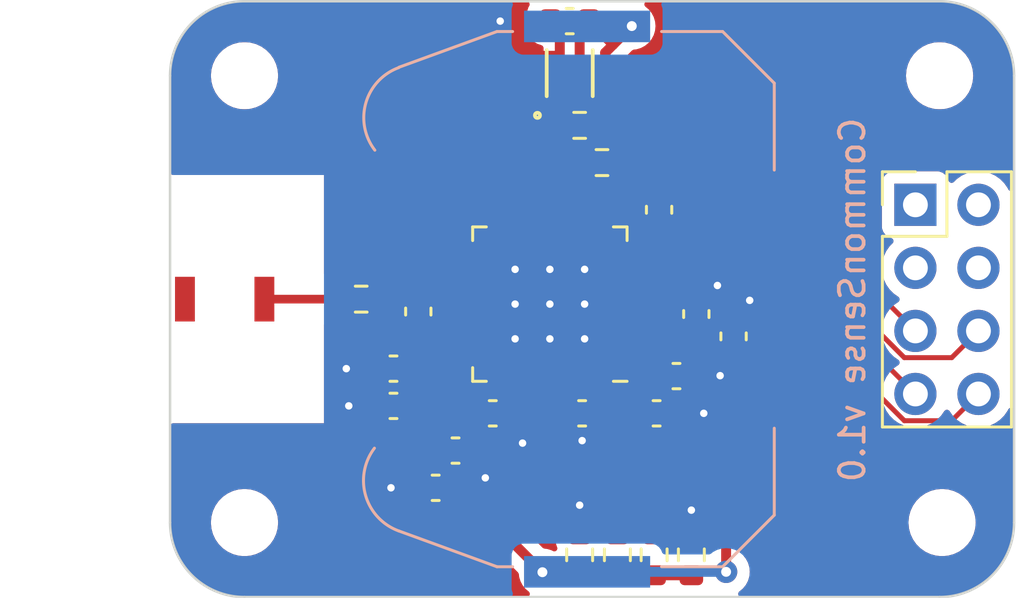
<source format=kicad_pcb>
(kicad_pcb (version 20221018) (generator pcbnew)
  (layers (0 "F.Cu" signal) (31 "B.Cu" signal) (34 "B.Paste" user) (35 "F.Paste" user) (36 "B.SilkS" user "B.Silkscreen") (37 "F.SilkS" user "F.Silkscreen") (38 "B.Mask" user) (39 "F.Mask" user) (44 "Edge.Cuts" user))
  (net 0 "")
  (net 1 "/RF")
  (net 2 "+3V3")
  (net 3 "GND")
  (net 4 "/XL1")
  (net 5 "/XL2")
  (net 6 "/DEC1")
  (net 7 "/DEC4")
  (net 8 "/DEC3")
  (net 9 "/DEC2")
  (net 10 "/XC1")
  (net 11 "/XC2")
  (net 12 "/ANT")
  (net 13 "/LED_RES1")
  (net 14 "/LED_RES2")
  (net 15 "/P0.09")
  (net 16 "/P0.08")
  (net 17 "/P0.07")
  (net 18 "/P0.06")
  (net 19 "/AIN3")
  (net 20 "/AIN2")
  (net 21 "/AIN1")
  (net 22 "/AIN0")
  (net 23 "/STATUS_LED1")
  (net 24 "/STATUS_LED2")
  (net 34 "/RESET")
  (net 35 "/SWDCLK")
  (net 36 "/SWDIO")
  (net 47 "/SDA")
  (net 48 "/SCL")
  (footprint "Capacitor_SMD:C_0603_1608Metric" (layer "F.Cu") (at 145 70.8 180)
    (fp_text reference "C9" hide)
    (fp_text value "N.C." hide)
    (fp_line (start -0.14058 -0.51) (end 0.14058 -0.51) (stroke (width 0.12)) (layer "F.SilkS"))
    (fp_line (start -0.14058 0.51) (end 0.14058 0.51) (stroke (width 0.12)) (layer "F.SilkS"))
    (pad "1" smd roundrect (at -0.775 0 180) (size 0.9 0.95) (layers "F.Cu" "F.Paste" "F.Mask") (net 9 "/DEC2"))
    (pad "2" smd roundrect (at 0.775 0 180) (size 0.9 0.95) (layers "F.Cu" "F.Paste" "F.Mask") (net 3 "GND"))
  )
  (footprint "Capacitor_SMD:C_0603_1608Metric" (layer "F.Cu") (at 156.4 71.1 180)
    (fp_text reference "C3" hide)
    (fp_text value "100n" hide)
    (fp_line (start -0.14058 -0.51) (end 0.14058 -0.51) (stroke (width 0.12)) (layer "F.SilkS"))
    (fp_line (start -0.14058 0.51) (end 0.14058 0.51) (stroke (width 0.12)) (layer "F.SilkS"))
    (pad "1" smd roundrect (at -0.775 0 180) (size 0.9 0.95) (layers "F.Cu" "F.Paste" "F.Mask") (net 3 "GND"))
    (pad "2" smd roundrect (at 0.775 0 180) (size 0.9 0.95) (layers "F.Cu" "F.Paste" "F.Mask") (net 6 "/DEC1"))
  )
  (footprint "MountingHole:MountingHole_2.2mm_M2" (layer "F.Cu") (at 167.1 77)
    (fp_text reference "H4" hide)
    (fp_text value "MountingHole" hide)
    (pad "" np_thru_hole circle locked (at 0 0) (size 2.2 2.2) (drill 2.2) (layers "*.Cu" "*.Mask"))
  )
  (footprint "MountingHole:MountingHole_2.2mm_M2" (layer "F.Cu") (at 139 77)
    (fp_text reference "H1" hide)
    (fp_text value "MountingHole" hide)
    (pad "" np_thru_hole circle locked (at 0 0) (size 2.2 2.2) (drill 2.2) (layers "*.Cu" "*.Mask"))
  )
  (footprint "Connector_PinHeader_2.54mm:PinHeader_2x04_P2.54mm_Vertical" (layer "F.Cu") (at 166.025 64.2)
    (fp_text reference "J1" hide)
    (fp_text value "Conn_02x04_Counter_Clockwise" hide)
    (fp_line (start -1.33 -1.33) (end 0 -1.33) (stroke (width 0.12)) (layer "F.SilkS"))
    (fp_line (start -1.33 0) (end -1.33 -1.33) (stroke (width 0.12)) (layer "F.SilkS"))
    (fp_line (start -1.33 1.27) (end -1.33 8.95) (stroke (width 0.12)) (layer "F.SilkS"))
    (fp_line (start -1.33 1.27) (end 1.27 1.27) (stroke (width 0.12)) (layer "F.SilkS"))
    (fp_line (start -1.33 8.95) (end 3.87 8.95) (stroke (width 0.12)) (layer "F.SilkS"))
    (fp_line (start 1.27 -1.33) (end 3.87 -1.33) (stroke (width 0.12)) (layer "F.SilkS"))
    (fp_line (start 1.27 1.27) (end 1.27 -1.33) (stroke (width 0.12)) (layer "F.SilkS"))
    (fp_line (start 3.87 -1.33) (end 3.87 8.95) (stroke (width 0.12)) (layer "F.SilkS"))
    (pad "1" thru_hole rect (at 0 0) (size 1.7 1.7) (drill 1) (layers "*.Cu" "*.Mask") (net 15 "/P0.09"))
    (pad "2" thru_hole oval (at 2.54 0) (size 1.7 1.7) (drill 1) (layers "*.Cu" "*.Mask") (net 16 "/P0.08"))
    (pad "3" thru_hole oval (at 0 2.54) (size 1.7 1.7) (drill 1) (layers "*.Cu" "*.Mask") (net 17 "/P0.07"))
    (pad "4" thru_hole oval (at 2.54 2.54) (size 1.7 1.7) (drill 1) (layers "*.Cu" "*.Mask") (net 18 "/P0.06"))
    (pad "5" thru_hole oval (at 0 5.08) (size 1.7 1.7) (drill 1) (layers "*.Cu" "*.Mask") (net 19 "/AIN3"))
    (pad "6" thru_hole oval (at 2.54 5.08) (size 1.7 1.7) (drill 1) (layers "*.Cu" "*.Mask") (net 20 "/AIN2"))
    (pad "7" thru_hole oval (at 0 7.62) (size 1.7 1.7) (drill 1) (layers "*.Cu" "*.Mask") (net 21 "/AIN1"))
    (pad "8" thru_hole oval (at 2.54 7.62) (size 1.7 1.7) (drill 1) (layers "*.Cu" "*.Mask") (net 22 "/AIN0"))
  )
  (footprint "encyclopedia_galactica:ECS-.327-12.5-12R-TR" (layer "F.Cu") (at 160.3 69.7 -90)
    (fp_text reference "Y1" hide)
    (fp_text value " ECS-.327-12.5-12R-TR " hide)
    (pad "1" smd rect (at -0.7 0 270) (size 0.6 1.1) (layers "F.Cu" "F.Paste" "F.Mask") (net 5 "/XL2"))
    (pad "2" smd rect (at 0.7 0 270) (size 0.6 1.1) (layers "F.Cu" "F.Paste" "F.Mask") (net 4 "/XL1"))
  )
  (footprint "encyclopedia_galactica:2108838-1" (layer "F.Cu") (at 135.7 68)
    (fp_text reference "2108838-1" hide)
    (fp_text value "~" hide)
    (pad "1" smd rect (at 4.1 0) (size 0.8 1.8) (layers "F.Cu" "F.Paste" "F.Mask") (net 1 "/RF"))
    (pad "2" smd rect (at 0.9 0) (size 0.8 1.8) (layers "F.Cu" "F.Paste" "F.Mask"))
    (zone (net 0) (net_name "") (layers "*.Cu") (connect_pads (clearance 0)) (min_thickness 0.25)
      (keepout (tracks allowed) (vias not_allowed) (pads allowed) (copperpour not_allowed) (footprints not_allowed))
      (fill (thermal_gap 0.5) (thermal_bridge_width 0.5))
      (polygon (pts (xy 129.2 63) (xy 129.2 73) (xy 142.2 73) (xy 142.2 63)))
    )
  )
  (footprint "MountingHole:MountingHole_2.2mm_M2" (layer "F.Cu") (at 139 59)
    (fp_text reference "H2" hide)
    (fp_text value "MountingHole" hide)
    (pad "" np_thru_hole circle locked (at 0 0) (size 2.2 2.2) (drill 2.2) (layers "*.Cu" "*.Mask"))
  )
  (footprint "Resistor_SMD:R_0603_1608Metric" (layer "F.Cu") (at 154.02 78.3 -90)
    (fp_text reference "R2" hide)
    (fp_text value "R" hide)
    (fp_line (start -0.237258 -0.5225) (end 0.237258 -0.5225) (stroke (width 0.12)) (layer "F.SilkS"))
    (fp_line (start -0.237258 0.5225) (end 0.237258 0.5225) (stroke (width 0.12)) (layer "F.SilkS"))
    (pad "1" smd roundrect (at -0.825 0 270) (size 0.8 0.95) (layers "F.Cu" "F.Paste" "F.Mask") (net 24 "/STATUS_LED2"))
    (pad "2" smd roundrect (at 0.825 0 270) (size 0.8 0.95) (layers "F.Cu" "F.Paste" "F.Mask") (net 14 "/LED_RES2"))
  )
  (footprint "Resistor_SMD:R_0603_1608Metric" (layer "F.Cu") (at 157 78.3 -90)
    (fp_text reference "D1" hide)
    (fp_text value "LED" hide)
    (fp_line (start -0.237258 -0.5225) (end 0.237258 -0.5225) (stroke (width 0.12)) (layer "F.SilkS"))
    (fp_line (start -0.237258 0.5225) (end 0.237258 0.5225) (stroke (width 0.12)) (layer "F.SilkS"))
    (pad "1" smd roundrect (at -0.825 0 270) (size 0.8 0.95) (layers "F.Cu" "F.Paste" "F.Mask") (net 3 "GND"))
    (pad "2" smd roundrect (at 0.825 0 270) (size 0.8 0.95) (layers "F.Cu" "F.Paste" "F.Mask") (net 13 "/LED_RES1"))
  )
  (footprint "Package_DFN_QFN:QFN-48-1EP_6x6mm_P0.4mm_EP4.6x4.6mm" (layer "F.Cu") (at 151.3 68.2 180)
    (fp_text reference "U1" hide)
    (fp_text value "NRF52810-QFAA-R7" hide)
    (fp_line (start -3.11 3.11) (end -3.11 2.56) (stroke (width 0.12)) (layer "F.SilkS"))
    (fp_line (start -2.56 -3.11) (end -3.11 -3.11) (stroke (width 0.12)) (layer "F.SilkS"))
    (fp_line (start -2.56 3.11) (end -3.11 3.11) (stroke (width 0.12)) (layer "F.SilkS"))
    (fp_line (start 2.56 -3.11) (end 3.11 -3.11) (stroke (width 0.12)) (layer "F.SilkS"))
    (fp_line (start 2.56 3.11) (end 3.11 3.11) (stroke (width 0.12)) (layer "F.SilkS"))
    (fp_line (start 3.11 -3.11) (end 3.11 -2.56) (stroke (width 0.12)) (layer "F.SilkS"))
    (fp_line (start 3.11 3.11) (end 3.11 2.56) (stroke (width 0.12)) (layer "F.SilkS"))
    (pad "1" smd roundrect (at -2.95 -2.2 180) (size 0.8 0.2) (layers "F.Cu" "F.Paste" "F.Mask") (net 6 "/DEC1"))
    (pad "2" smd roundrect (at -2.95 -1.8 180) (size 0.8 0.2) (layers "F.Cu" "F.Paste" "F.Mask") (net 4 "/XL1"))
    (pad "3" smd roundrect (at -2.95 -1.4 180) (size 0.8 0.2) (layers "F.Cu" "F.Paste" "F.Mask") (net 5 "/XL2"))
    (pad "4" smd roundrect (at -2.95 -1 180) (size 0.8 0.2) (layers "F.Cu" "F.Paste" "F.Mask") (net 22 "/AIN0"))
    (pad "5" smd roundrect (at -2.95 -0.6 180) (size 0.8 0.2) (layers "F.Cu" "F.Paste" "F.Mask") (net 21 "/AIN1"))
    (pad "6" smd roundrect (at -2.95 -0.2 180) (size 0.8 0.2) (layers "F.Cu" "F.Paste" "F.Mask") (net 20 "/AIN2"))
    (pad "7" smd roundrect (at -2.95 0.2 180) (size 0.8 0.2) (layers "F.Cu" "F.Paste" "F.Mask") (net 19 "/AIN3"))
    (pad "8" smd roundrect (at -2.95 0.6 180) (size 0.8 0.2) (layers "F.Cu" "F.Paste" "F.Mask") (net 18 "/P0.06"))
    (pad "9" smd roundrect (at -2.95 1 180) (size 0.8 0.2) (layers "F.Cu" "F.Paste" "F.Mask") (net 17 "/P0.07"))
    (pad "10" smd roundrect (at -2.95 1.4 180) (size 0.8 0.2) (layers "F.Cu" "F.Paste" "F.Mask") (net 16 "/P0.08"))
    (pad "11" smd roundrect (at -2.95 1.8 180) (size 0.8 0.2) (layers "F.Cu" "F.Paste" "F.Mask") (net 15 "/P0.09"))
    (pad "12" smd roundrect (at -2.95 2.2 180) (size 0.8 0.2) (layers "F.Cu" "F.Paste" "F.Mask"))
    (pad "13" smd roundrect (at -2.2 2.95 180) (size 0.2 0.8) (layers "F.Cu" "F.Paste" "F.Mask") (net 2 "+3V3"))
    (pad "14" smd roundrect (at -1.8 2.95 180) (size 0.2 0.8) (layers "F.Cu" "F.Paste" "F.Mask"))
    (pad "15" smd roundrect (at -1.4 2.95 180) (size 0.2 0.8) (layers "F.Cu" "F.Paste" "F.Mask"))
    (pad "16" smd roundrect (at -1 2.95 180) (size 0.2 0.8) (layers "F.Cu" "F.Paste" "F.Mask") (net 48 "/SCL"))
    (pad "17" smd roundrect (at -0.6 2.95 180) (size 0.2 0.8) (layers "F.Cu" "F.Paste" "F.Mask") (net 47 "/SDA"))
    (pad "18" smd roundrect (at -0.2 2.95 180) (size 0.2 0.8) (layers "F.Cu" "F.Paste" "F.Mask"))
    (pad "19" smd roundrect (at 0.2 2.95 180) (size 0.2 0.8) (layers "F.Cu" "F.Paste" "F.Mask"))
    (pad "20" smd roundrect (at 0.6 2.95 180) (size 0.2 0.8) (layers "F.Cu" "F.Paste" "F.Mask"))
    (pad "21" smd roundrect (at 1 2.95 180) (size 0.2 0.8) (layers "F.Cu" "F.Paste" "F.Mask"))
    (pad "22" smd roundrect (at 1.4 2.95 180) (size 0.2 0.8) (layers "F.Cu" "F.Paste" "F.Mask"))
    (pad "23" smd roundrect (at 1.8 2.95 180) (size 0.2 0.8) (layers "F.Cu" "F.Paste" "F.Mask"))
    (pad "24" smd roundrect (at 2.2 2.95 180) (size 0.2 0.8) (layers "F.Cu" "F.Paste" "F.Mask") (net 34 "/RESET"))
    (pad "25" smd roundrect (at 2.95 2.2 180) (size 0.8 0.2) (layers "F.Cu" "F.Paste" "F.Mask") (net 35 "/SWDCLK"))
    (pad "26" smd roundrect (at 2.95 1.8 180) (size 0.8 0.2) (layers "F.Cu" "F.Paste" "F.Mask") (net 36 "/SWDIO"))
    (pad "27" smd roundrect (at 2.95 1.4 180) (size 0.8 0.2) (layers "F.Cu" "F.Paste" "F.Mask"))
    (pad "28" smd roundrect (at 2.95 1 180) (size 0.8 0.2) (layers "F.Cu" "F.Paste" "F.Mask"))
    (pad "29" smd roundrect (at 2.95 0.6 180) (size 0.8 0.2) (layers "F.Cu" "F.Paste" "F.Mask"))
    (pad "30" smd roundrect (at 2.95 0.2 180) (size 0.8 0.2) (layers "F.Cu" "F.Paste" "F.Mask") (net 12 "/ANT"))
    (pad "31" smd roundrect (at 2.95 -0.2 180) (size 0.8 0.2) (layers "F.Cu" "F.Paste" "F.Mask") (net 3 "GND"))
    (pad "32" smd roundrect (at 2.95 -0.6 180) (size 0.8 0.2) (layers "F.Cu" "F.Paste" "F.Mask") (net 9 "/DEC2"))
    (pad "33" smd roundrect (at 2.95 -1 180) (size 0.8 0.2) (layers "F.Cu" "F.Paste" "F.Mask") (net 8 "/DEC3"))
    (pad "34" smd roundrect (at 2.95 -1.4 180) (size 0.8 0.2) (layers "F.Cu" "F.Paste" "F.Mask") (net 11 "/XC2"))
    (pad "35" smd roundrect (at 2.95 -1.8 180) (size 0.8 0.2) (layers "F.Cu" "F.Paste" "F.Mask") (net 10 "/XC1"))
    (pad "36" smd roundrect (at 2.95 -2.2 180) (size 0.8 0.2) (layers "F.Cu" "F.Paste" "F.Mask") (net 2 "+3V3"))
    (pad "37" smd roundrect (at 2.2 -2.95 180) (size 0.2 0.8) (layers "F.Cu" "F.Paste" "F.Mask"))
    (pad "38" smd roundrect (at 1.8 -2.95 180) (size 0.2 0.8) (layers "F.Cu" "F.Paste" "F.Mask"))
    (pad "39" smd roundrect (at 1.4 -2.95 180) (size 0.2 0.8) (layers "F.Cu" "F.Paste" "F.Mask"))
    (pad "40" smd roundrect (at 1 -2.95 180) (size 0.2 0.8) (layers "F.Cu" "F.Paste" "F.Mask"))
    (pad "41" smd roundrect (at 0.6 -2.95 180) (size 0.2 0.8) (layers "F.Cu" "F.Paste" "F.Mask") (net 24 "/STATUS_LED2"))
    (pad "42" smd roundrect (at 0.2 -2.95 180) (size 0.2 0.8) (layers "F.Cu" "F.Paste" "F.Mask") (net 23 "/STATUS_LED1"))
    (pad "43" smd roundrect (at -0.2 -2.95 180) (size 0.2 0.8) (layers "F.Cu" "F.Paste" "F.Mask"))
    (pad "44" smd roundrect (at -0.6 -2.95 180) (size 0.2 0.8) (layers "F.Cu" "F.Paste" "F.Mask"))
    (pad "45" smd roundrect (at -1 -2.95 180) (size 0.2 0.8) (layers "F.Cu" "F.Paste" "F.Mask") (net 3 "GND"))
    (pad "46" smd roundrect (at -1.4 -2.95 180) (size 0.2 0.8) (layers "F.Cu" "F.Paste" "F.Mask") (net 7 "/DEC4"))
    (pad "47" smd roundrect (at -1.8 -2.95 180) (size 0.2 0.8) (layers "F.Cu" "F.Paste" "F.Mask"))
    (pad "48" smd roundrect (at -2.2 -2.95 180) (size 0.2 0.8) (layers "F.Cu" "F.Paste" "F.Mask") (net 2 "+3V3"))
    (pad "49" smd rect (at 0 0 180) (size 4.6 4.6) (layers "F.Cu" "F.Mask") (net 3 "GND"))
  )
  (footprint "Capacitor_SMD:C_0603_1608Metric" (layer "F.Cu") (at 145 72.3 180)
    (fp_text reference "C8" hide)
    (fp_text value "100pF" hide)
    (fp_line (start -0.14058 -0.51) (end 0.14058 -0.51) (stroke (width 0.12)) (layer "F.SilkS"))
    (fp_line (start -0.14058 0.51) (end 0.14058 0.51) (stroke (width 0.12)) (layer "F.SilkS"))
    (pad "1" smd roundrect (at -0.775 0 180) (size 0.9 0.95) (layers "F.Cu" "F.Paste" "F.Mask") (net 8 "/DEC3"))
    (pad "2" smd roundrect (at 0.775 0 180) (size 0.9 0.95) (layers "F.Cu" "F.Paste" "F.Mask") (net 3 "GND"))
  )
  (footprint "Capacitor_SMD:C_0603_1608Metric" (layer "F.Cu") (at 155.6 72.6 180)
    (fp_text reference "C5" hide)
    (fp_text value "4u7" hide)
    (fp_line (start -0.14058 -0.51) (end 0.14058 -0.51) (stroke (width 0.12)) (layer "F.SilkS"))
    (fp_line (start -0.14058 0.51) (end 0.14058 0.51) (stroke (width 0.12)) (layer "F.SilkS"))
    (pad "1" smd roundrect (at -0.775 0 180) (size 0.9 0.95) (layers "F.Cu" "F.Paste" "F.Mask") (net 3 "GND"))
    (pad "2" smd roundrect (at 0.775 0 180) (size 0.9 0.95) (layers "F.Cu" "F.Paste" "F.Mask") (net 2 "+3V3"))
  )
  (footprint "Capacitor_SMD:C_0603_1608Metric" (layer "F.Cu") (at 147.5 74.1)
    (fp_text reference "C11" hide)
    (fp_text value "12pF" hide)
    (fp_line (start -0.14058 -0.51) (end 0.14058 -0.51) (stroke (width 0.12)) (layer "F.SilkS"))
    (fp_line (start -0.14058 0.51) (end 0.14058 0.51) (stroke (width 0.12)) (layer "F.SilkS"))
    (pad "1" smd roundrect (at -0.775 0) (size 0.9 0.95) (layers "F.Cu" "F.Paste" "F.Mask") (net 11 "/XC2"))
    (pad "2" smd roundrect (at 0.775 0) (size 0.9 0.95) (layers "F.Cu" "F.Paste" "F.Mask") (net 3 "GND"))
  )
  (footprint "Resistor_SMD:R_0603_1608Metric" (layer "F.Cu") (at 152.5 61 180)
    (fp_text reference "R4" hide)
    (fp_text value "10k" hide)
    (fp_line (start -0.237258 -0.5225) (end 0.237258 -0.5225) (stroke (width 0.12)) (layer "F.SilkS"))
    (fp_line (start -0.237258 0.5225) (end 0.237258 0.5225) (stroke (width 0.12)) (layer "F.SilkS"))
    (pad "1" smd roundrect (at -0.825 0 180) (size 0.8 0.95) (layers "F.Cu" "F.Paste" "F.Mask") (net 2 "+3V3"))
    (pad "2" smd roundrect (at 0.825 0 180) (size 0.8 0.95) (layers "F.Cu" "F.Paste" "F.Mask") (net 47 "/SDA"))
  )
  (footprint "Resistor_SMD:R_0603_1608Metric" (layer "F.Cu") (at 155.5 78.3 -90)
    (fp_text reference "R1" hide)
    (fp_text value "R" hide)
    (fp_line (start -0.237258 -0.5225) (end 0.237258 -0.5225) (stroke (width 0.12)) (layer "F.SilkS"))
    (fp_line (start -0.237258 0.5225) (end 0.237258 0.5225) (stroke (width 0.12)) (layer "F.SilkS"))
    (pad "1" smd roundrect (at -0.825 0 270) (size 0.8 0.95) (layers "F.Cu" "F.Paste" "F.Mask") (net 23 "/STATUS_LED1"))
    (pad "2" smd roundrect (at 0.825 0 270) (size 0.8 0.95) (layers "F.Cu" "F.Paste" "F.Mask") (net 13 "/LED_RES1"))
  )
  (footprint "MountingHole:MountingHole_2.2mm_M2" (layer "F.Cu") (at 167 59)
    (fp_text reference "H3" hide)
    (fp_text value "MountingHole" hide)
    (pad "" np_thru_hole circle locked (at 0 0) (size 2.2 2.2) (drill 2.2) (layers "*.Cu" "*.Mask"))
  )
  (footprint "Resistor_SMD:R_0603_1608Metric" (layer "F.Cu") (at 143.7 68 180)
    (fp_text reference "L1" hide)
    (fp_text value "3.9nH" hide)
    (fp_line (start -0.237258 -0.5225) (end 0.237258 -0.5225) (stroke (width 0.12)) (layer "F.SilkS"))
    (fp_line (start -0.237258 0.5225) (end 0.237258 0.5225) (stroke (width 0.12)) (layer "F.SilkS"))
    (pad "1" smd roundrect (at -0.825 0 180) (size 0.8 0.95) (layers "F.Cu" "F.Paste" "F.Mask") (net 12 "/ANT"))
    (pad "2" smd roundrect (at 0.825 0 180) (size 0.8 0.95) (layers "F.Cu" "F.Paste" "F.Mask") (net 1 "/RF"))
  )
  (footprint "Resistor_SMD:R_0603_1608Metric" (layer "F.Cu") (at 153.4 62.5)
    (fp_text reference "R3" hide)
    (fp_text value "10k" hide)
    (fp_line (start -0.237258 -0.5225) (end 0.237258 -0.5225) (stroke (width 0.12)) (layer "F.SilkS"))
    (fp_line (start -0.237258 0.5225) (end 0.237258 0.5225) (stroke (width 0.12)) (layer "F.SilkS"))
    (pad "1" smd roundrect (at -0.825 0) (size 0.8 0.95) (layers "F.Cu" "F.Paste" "F.Mask") (net 48 "/SCL"))
    (pad "2" smd roundrect (at 0.825 0) (size 0.8 0.95) (layers "F.Cu" "F.Paste" "F.Mask") (net 2 "+3V3"))
  )
  (footprint "Capacitor_SMD:C_0603_1608Metric" (layer "F.Cu") (at 149 72.6 180)
    (fp_text reference "C7" hide)
    (fp_text value "100n" hide)
    (fp_line (start -0.14058 -0.51) (end 0.14058 -0.51) (stroke (width 0.12)) (layer "F.SilkS"))
    (fp_line (start -0.14058 0.51) (end 0.14058 0.51) (stroke (width 0.12)) (layer "F.SilkS"))
    (pad "1" smd roundrect (at -0.775 0 180) (size 0.9 0.95) (layers "F.Cu" "F.Paste" "F.Mask") (net 3 "GND"))
    (pad "2" smd roundrect (at 0.775 0 180) (size 0.9 0.95) (layers "F.Cu" "F.Paste" "F.Mask") (net 2 "+3V3"))
  )
  (footprint "Capacitor_SMD:C_0603_1608Metric" (layer "F.Cu") (at 152.1 56.8 180)
    (fp_text reference "C13" hide)
    (fp_text value "100n" hide)
    (fp_line (start -0.14058 -0.51) (end 0.14058 -0.51) (stroke (width 0.12)) (layer "F.SilkS"))
    (fp_line (start -0.14058 0.51) (end 0.14058 0.51) (stroke (width 0.12)) (layer "F.SilkS"))
    (pad "1" smd roundrect (at -0.775 0 180) (size 0.9 0.95) (layers "F.Cu" "F.Paste" "F.Mask") (net 2 "+3V3"))
    (pad "2" smd roundrect (at 0.775 0 180) (size 0.9 0.95) (layers "F.Cu" "F.Paste" "F.Mask") (net 3 "GND"))
  )
  (footprint "Capacitor_SMD:C_0603_1608Metric" (layer "F.Cu") (at 157.2 68.6 90)
    (fp_text reference "C2" hide)
    (fp_text value "12pF" hide)
    (fp_line (start -0.14058 -0.51) (end 0.14058 -0.51) (stroke (width 0.12)) (layer "F.SilkS"))
    (fp_line (start -0.14058 0.51) (end 0.14058 0.51) (stroke (width 0.12)) (layer "F.SilkS"))
    (pad "1" smd roundrect (at -0.775 0 90) (size 0.9 0.95) (layers "F.Cu" "F.Paste" "F.Mask") (net 5 "/XL2"))
    (pad "2" smd roundrect (at 0.775 0 90) (size 0.9 0.95) (layers "F.Cu" "F.Paste" "F.Mask") (net 3 "GND"))
  )
  (footprint "Capacitor_SMD:C_0603_1608Metric" (layer "F.Cu") (at 155.7 64.4 -90)
    (fp_text reference "C4" hide)
    (fp_text value "100n" hide)
    (fp_line (start -0.14058 -0.51) (end 0.14058 -0.51) (stroke (width 0.12)) (layer "F.SilkS"))
    (fp_line (start -0.14058 0.51) (end 0.14058 0.51) (stroke (width 0.12)) (layer "F.SilkS"))
    (pad "1" smd roundrect (at -0.775 0 270) (size 0.9 0.95) (layers "F.Cu" "F.Paste" "F.Mask") (net 3 "GND"))
    (pad "2" smd roundrect (at 0.775 0 270) (size 0.9 0.95) (layers "F.Cu" "F.Paste" "F.Mask") (net 2 "+3V3"))
  )
  (footprint "encyclopedia_galactica:DFN4_SHT41_SEN" (layer "F.Cu") (at 152.1 58.8969 90)
    (fp_text reference "U2" hide)
    (fp_text value "SHT41-AD1B-R2" hide)
    (fp_line (start -0.9271 0.9271) (end 0.9271 0.9271) (stroke (width 0.1524)) (layer "F.SilkS"))
    (fp_line (start 0.9271 -0.9271) (end -0.9271 -0.9271) (stroke (width 0.1524)) (layer "F.SilkS"))
    (fp_circle (center -1.7 -1.3) (end -1.5984 -1.3) (stroke (width 0.1524)) (fill none) (layer "F.SilkS"))
    (pad "1" smd rect (at -0.7469 -0.40005 90) (size 0.706399 0.3056) (layers "F.Cu" "F.Paste" "F.Mask") (net 47 "/SDA"))
    (pad "2" smd rect (at -0.7469 0.40005 90) (size 0.706399 0.3056) (layers "F.Cu" "F.Paste" "F.Mask") (net 48 "/SCL"))
    (pad "3" smd rect (at 0.7469 0.40005 90) (size 0.706399 0.3056) (layers "F.Cu" "F.Paste" "F.Mask") (net 2 "+3V3"))
    (pad "4" smd rect (at 0.7469 -0.40005 90) (size 0.706399 0.3056) (layers "F.Cu" "F.Paste" "F.Mask") (net 3 "GND"))
  )
  (footprint "Capacitor_SMD:C_0603_1608Metric" (layer "F.Cu") (at 158.7 69.5 90)
    (fp_text reference "C1" hide)
    (fp_text value "12pF" hide)
    (fp_line (start -0.14058 -0.51) (end 0.14058 -0.51) (stroke (width 0.12)) (layer "F.SilkS"))
    (fp_line (start -0.14058 0.51) (end 0.14058 0.51) (stroke (width 0.12)) (layer "F.SilkS"))
    (pad "1" smd roundrect (at -0.775 0 90) (size 0.9 0.95) (layers "F.Cu" "F.Paste" "F.Mask") (net 4 "/XL1"))
    (pad "2" smd roundrect (at 0.775 0 90) (size 0.9 0.95) (layers "F.Cu" "F.Paste" "F.Mask") (net 3 "GND"))
  )
  (footprint "encyclopedia_galactica:ABM11W-30.0000MHZ-7-D1X-T3" (layer "F.Cu") (at 146.7625 77.5)
    (fp_text reference "Y2" hide)
    (fp_text value "ABM11W-32.0000MHZ-7-D1X-T3 " hide)
    (pad "1" smd rect (at -0.637 -0.487 90) (size 0.775 0.875) (layers "F.Cu" "F.Paste" "F.Mask") (net 3 "GND"))
    (pad "2" smd rect (at 0.637 -0.487 90) (size 0.775 0.875) (layers "F.Cu" "F.Paste" "F.Mask") (net 10 "/XC1"))
    (pad "3" smd rect (at -0.637 0.487 90) (size 0.775 0.875) (layers "F.Cu" "F.Paste" "F.Mask") (net 11 "/XC2"))
    (pad "4" smd rect (at 0.637 0.487 90) (size 0.775 0.875) (layers "F.Cu" "F.Paste" "F.Mask") (net 3 "GND"))
  )
  (footprint "Capacitor_SMD:C_0603_1608Metric" (layer "F.Cu") (at 146 68.5 90)
    (fp_text reference "C12" hide)
    (fp_text value "0.8pF" hide)
    (fp_line (start -0.14058 -0.51) (end 0.14058 -0.51) (stroke (width 0.12)) (layer "F.SilkS"))
    (fp_line (start -0.14058 0.51) (end 0.14058 0.51) (stroke (width 0.12)) (layer "F.SilkS"))
    (pad "1" smd roundrect (at -0.775 0 90) (size 0.9 0.95) (layers "F.Cu" "F.Paste" "F.Mask") (net 3 "GND"))
    (pad "2" smd roundrect (at 0.775 0 90) (size 0.9 0.95) (layers "F.Cu" "F.Paste" "F.Mask") (net 12 "/ANT"))
  )
  (footprint "Capacitor_SMD:C_0603_1608Metric" (layer "F.Cu") (at 152.6 72.6 180)
    (fp_text reference "C6" hide)
    (fp_text value "1u" hide)
    (fp_line (start -0.14058 -0.51) (end 0.14058 -0.51) (stroke (width 0.12)) (layer "F.SilkS"))
    (fp_line (start -0.14058 0.51) (end 0.14058 0.51) (stroke (width 0.12)) (layer "F.SilkS"))
    (pad "1" smd roundrect (at -0.775 0 180) (size 0.9 0.95) (layers "F.Cu" "F.Paste" "F.Mask") (net 7 "/DEC4"))
    (pad "2" smd roundrect (at 0.775 0 180) (size 0.9 0.95) (layers "F.Cu" "F.Paste" "F.Mask") (net 3 "GND"))
  )
  (footprint "Resistor_SMD:R_0603_1608Metric" (layer "F.Cu") (at 152.5 78.3 -90)
    (fp_text reference "D2" hide)
    (fp_text value "LED" hide)
    (fp_line (start -0.237258 -0.5225) (end 0.237258 -0.5225) (stroke (width 0.12)) (layer "F.SilkS"))
    (fp_line (start -0.237258 0.5225) (end 0.237258 0.5225) (stroke (width 0.12)) (layer "F.SilkS"))
    (pad "1" smd roundrect (at -0.825 0 270) (size 0.8 0.95) (layers "F.Cu" "F.Paste" "F.Mask") (net 3 "GND"))
    (pad "2" smd roundrect (at 0.825 0 270) (size 0.8 0.95) (layers "F.Cu" "F.Paste" "F.Mask") (net 14 "/LED_RES2"))
  )
  (footprint "Capacitor_SMD:C_0603_1608Metric" (layer "F.Cu") (at 146.7 75.6 180)
    (fp_text reference "C10" hide)
    (fp_text value "12pF" hide)
    (fp_line (start -0.14058 -0.51) (end 0.14058 -0.51) (stroke (width 0.12)) (layer "F.SilkS"))
    (fp_line (start -0.14058 0.51) (end 0.14058 0.51) (stroke (width 0.12)) (layer "F.SilkS"))
    (pad "1" smd roundrect (at -0.775 0 180) (size 0.9 0.95) (layers "F.Cu" "F.Paste" "F.Mask") (net 10 "/XC1"))
    (pad "2" smd roundrect (at 0.775 0 180) (size 0.9 0.95) (layers "F.Cu" "F.Paste" "F.Mask") (net 3 "GND"))
  )
  (footprint "Battery:BatteryHolder_Keystone_3034_1x20mm" (layer "B.Cu") (at 152.8 68 90)
    (fp_text reference "BT1" hide)
    (fp_text value "Battery_Cell" hide)
    (fp_line (start -10.78 -3.63) (end -9.34 -7.58) (stroke (width 0.12)) (layer "B.SilkS"))
    (fp_line (start -10.78 -3) (end -10.78 -3.63) (stroke (width 0.12)) (layer "B.SilkS"))
    (fp_line (start -10.78 5.46) (end -10.78 3) (stroke (width 0.12)) (layer "B.SilkS"))
    (fp_line (start -8.7 7.54) (end -10.78 5.46) (stroke (width 0.12)) (layer "B.SilkS"))
    (fp_line (start -5.2 7.54) (end -8.7 7.54) (stroke (width 0.12)) (layer "B.SilkS"))
    (fp_line (start 8.7 7.54) (end 5.2 7.54) (stroke (width 0.12)) (layer "B.SilkS"))
    (fp_line (start 8.7 7.54) (end 10.78 5.46) (stroke (width 0.12)) (layer "B.SilkS"))
    (fp_line (start 10.78 -3.63) (end 9.34 -7.58) (stroke (width 0.12)) (layer "B.SilkS"))
    (fp_line (start 10.78 -3) (end 10.78 -3.63) (stroke (width 0.12)) (layer "B.SilkS"))
    (fp_line (start 10.78 5.46) (end 10.78 3) (stroke (width 0.12)) (layer "B.SilkS"))
    (fp_arc (start -9.34 -7.58) (mid -7.921654 -8.918738) (end -6.003354 -8.56653) (stroke (width 0.12)) (layer "B.SilkS"))
    (fp_arc (start 6 -8.55) (mid 7.90634 -8.911669) (end 9.325243 -7.588169) (stroke (width 0.12)) (layer "B.SilkS"))
    (pad "1" smd rect (at -10.985 0 90) (size 1.27 5.08) (layers "B.Cu" "B.Paste" "B.Mask") (net 2 "+3V3"))
    (pad "1" smd rect (at 10.985 0 90) (size 1.27 5.08) (layers "B.Cu" "B.Paste" "B.Mask") (net 2 "+3V3"))
    (pad "2" smd circle (at 0 0 90) (size 17.8 17.8) (layers "B.Cu" "B.Mask") (net 3 "GND"))
  )
  (gr_line locked (start 167 80) (end 139 80) (stroke (width 0.1)) (layer "Edge.Cuts"))
  (gr_line locked (start 170 59) (end 170 77) (stroke (width 0.1)) (layer "Edge.Cuts"))
  (gr_arc locked (start 138.999999 80.000001) (mid 136.878679 79.121321) (end 135.999999 77.000001) (stroke (width 0.1)) (layer "Edge.Cuts"))
  (gr_arc locked (start 167 56) (mid 169.12132 56.87868) (end 170 59) (stroke (width 0.1)) (layer "Edge.Cuts"))
  (gr_arc locked (start 135.999999 58.999999) (mid 136.878679 56.878679) (end 138.999999 55.999999) (stroke (width 0.1)) (layer "Edge.Cuts"))
  (gr_line locked (start 139 56) (end 167 56) (stroke (width 0.1)) (layer "Edge.Cuts"))
  (gr_arc locked (start 170.000001 77.000001) (mid 169.121321 79.121321) (end 167.000001 80.000001) (stroke (width 0.1)) (layer "Edge.Cuts"))
  (gr_line locked (start 136 77) (end 136 59) (stroke (width 0.1)) (layer "Edge.Cuts"))
  (gr_text "CommonSense v1.0" (at 162.9 60.6 90) (layer "B.SilkS") (effects (font (size 1 1)) (justify left top mirror)))
  (segment (start 142.875 68) (end 139.8 68) (width 0.35) (layer "F.Cu") (net 1))
  (segment (start 154.225 62.5) (end 153.527 62.5) (width 0.4) (layer "F.Cu") (net 2))
  (segment (start 148.225 72.6) (end 148.225 70.525) (width 0.4) (layer "F.Cu") (net 2))
  (segment (start 154.825 72.6) (end 153.6 71.375) (width 0.4) (layer "F.Cu") (net 2))
  (segment (start 148.323 70.427) (end 148.35 70.427) (width 0.4) (layer "F.Cu") (net 2))
  (segment (start 153.527 58.073) (end 153.527 62.5) (width 0.4) (layer "F.Cu") (net 2))
  (segment (start 153.6 71.375) (end 153.6 71.15) (width 0.4) (layer "F.Cu") (net 2))
  (segment (start 153.527 62.5) (end 153.527 65.25) (width 0.4) (layer "F.Cu") (net 2))
  (segment (start 149.4 73.775) (end 149.4 77.4) (width 0.4) (layer "F.Cu") (net 2))
  (segment (start 152.50005 58.1531) (end 152.50005 57.17495) (width 0.4) (layer "F.Cu") (net 2))
  (segment (start 152.9 56.8) (end 153.85 57.75) (width 0.4) (layer "F.Cu") (net 2))
  (segment (start 148.225 72.6) (end 149.4 73.775) (width 0.4) (layer "F.Cu") (net 2))
  (segment (start 153.527 65.25) (end 155.625 65.25) (width 0.4) (layer "F.Cu") (net 2))
  (segment (start 155.625 65.25) (end 155.7 65.175) (width 0.4) (layer "F.Cu") (net 2))
  (segment (start 152.875 56.8) (end 152.9 56.8) (width 0.4) (layer "F.Cu") (net 2))
  (segment (start 158.4 76.175) (end 154.825 72.6) (width 0.4) (layer "F.Cu") (net 2))
  (segment (start 152.50005 57.17495) (end 152.875 56.8) (width 0.4) (layer "F.Cu") (net 2))
  (segment (start 153.85 57.75) (end 154.6 57) (width 0.4) (layer "F.Cu") (net 2))
  (segment (start 153.85 57.75) (end 153.527 58.073) (width 0.4) (layer "F.Cu") (net 2))
  (segment (start 148.225 70.525) (end 148.323 70.427) (width 0.4) (layer "F.Cu") (net 2))
  (segment (start 149.4 77.4) (end 151 79) (width 0.4) (layer "F.Cu") (net 2))
  (segment (start 158.4 78.985) (end 158.4 76.175) (width 0.4) (layer "F.Cu") (net 2))
  (via (at 158.4 78.985) (size 0.9) (drill 0.4) (layers "F.Cu" "B.Cu") (net 2))
  (via (at 154.6 57) (size 0.9) (drill 0.4) (layers "F.Cu" "B.Cu") (net 2))
  (via (at 151 79) (size 0.9) (drill 0.4) (layers "F.Cu" "B.Cu") (net 2))
  (segment (start 158.4 78.985) (end 152.8 78.985) (width 0.4) (layer "B.Cu") (net 2))
  (segment (start 158.14136 71.1) (end 157.175 71.1) (width 0.4) (layer "F.Cu") (net 3))
  (segment (start 144.225 70.8) (end 143.1 70.8) (width 0.4) (layer "F.Cu") (net 3))
  (segment (start 158.15864 71.08272) (end 158.14136 71.1) (width 0.4) (layer "F.Cu") (net 3))
  (segment (start 152.3 71.15) (end 152.3 72.125) (width 0.2) (layer "F.Cu") (net 3))
  (segment (start 158.7 68.7) (end 158.7 68.725) (width 0.4) (layer "F.Cu") (net 3))
  (segment (start 149.7 68.4) (end 149.9 68.2) (width 0.2) (layer "F.Cu") (net 3))
  (segment (start 151.69995 57.17495) (end 151.325 56.8) (width 0.4) (layer "F.Cu") (net 3))
  (segment (start 158.05 67.45) (end 157.675 67.825) (width 0.4) (layer "F.Cu") (net 3))
  (segment (start 149.775 73.375) (end 150.2 73.8) (width 0.4) (layer "F.Cu") (net 3))
  (segment (start 151.325 56.8) (end 149.3 56.8) (width 0.4) (layer "F.Cu") (net 3))
  (segment (start 152.3 72.125) (end 151.825 72.6) (width 0.2) (layer "F.Cu") (net 3))
  (segment (start 151.825 72.925) (end 152.6 73.7) (width 0.4) (layer "F.Cu") (net 3))
  (segment (start 145.925 75.6) (end 144.9 75.6) (width 0.4) (layer "F.Cu") (net 3))
  (segment (start 148.375 74.1) (end 148.375 74.875) (width 0.4) (layer "F.Cu") (net 3))
  (segment (start 157 77.475) (end 157 76.5) (width 0.4) (layer "F.Cu") (net 3))
  (segment (start 151.69995 58.1531) (end 151.69995 57.17495) (width 0.4) (layer "F.Cu") (net 3))
  (segment (start 144.225 72.3) (end 143.2 72.3) (width 0.4) (layer "F.Cu") (net 3))
  (segment (start 148.35 68.4) (end 148.312495 68.437505) (width 0.2) (layer "F.Cu") (net 3))
  (segment (start 157.675 67.825) (end 157.2 67.825) (width 0.4) (layer "F.Cu") (net 3))
  (segment (start 152.5 77.475) (end 152.5 76.3) (width 0.4) (layer "F.Cu") (net 3))
  (segment (start 148.375 74.875) (end 148.7 75.2) (width 0.4) (layer "F.Cu") (net 3))
  (segment (start 156.375 72.6) (end 157.5 72.6) (width 0.4) (layer "F.Cu") (net 3))
  (segment (start 148.312495 68.437505) (end 146.837495 68.437505) (width 0.2) (layer "F.Cu") (net 3))
  (segment (start 149.775 72.6) (end 149.775 73.375) (width 0.4) (layer "F.Cu") (net 3))
  (segment (start 151.825 72.6) (end 151.825 72.925) (width 0.4) (layer "F.Cu") (net 3))
  (segment (start 159.35 68.05) (end 158.7 68.7) (width 0.4) (layer "F.Cu") (net 3))
  (segment (start 146.837495 68.437505) (end 146 69.275) (width 0.2) (layer "F.Cu") (net 3))
  (segment (start 148.35 68.4) (end 149.7 68.4) (width 0.2) (layer "F.Cu") (net 3))
  (via (at 157.5 72.6) (size 0.6) (drill 0.3) (layers "F.Cu" "B.Cu") (net 3))
  (via (at 151.3 69.6) (size 0.6) (drill 0.3) (layers "F.Cu" "B.Cu") (net 3))
  (via (at 158.15864 71.08272) (size 0.6) (drill 0.3) (layers "F.Cu" "B.Cu") (net 3))
  (via (at 144.9 75.6) (size 0.6) (drill 0.3) (layers "F.Cu" "B.Cu") (net 3))
  (via (at 157 76.5) (size 0.6) (drill 0.3) (layers "F.Cu" "B.Cu") (net 3))
  (via (at 148.7 75.2) (size 0.6) (drill 0.3) (layers "F.Cu" "B.Cu") (net 3))
  (via (at 149.9 68.2) (size 0.6) (drill 0.3) (layers "F.Cu" "B.Cu") (net 3))
  (via (at 159.35 68.05) (size 0.6) (drill 0.3) (layers "F.Cu" "B.Cu") (net 3))
  (via (at 152.5 76.3) (size 0.6) (drill 0.3) (layers "F.Cu" "B.Cu") (net 3))
  (via (at 149.3 56.8) (size 0.6) (drill 0.3) (layers "F.Cu" "B.Cu") (net 3))
  (via (at 149.9 66.8) (size 0.6) (drill 0.3) (layers "F.Cu" "B.Cu") (net 3))
  (via (at 149.9 69.6) (size 0.6) (drill 0.3) (layers "F.Cu" "B.Cu") (net 3))
  (via (at 150.2 73.8) (size 0.6) (drill 0.3) (layers "F.Cu" "B.Cu") (net 3))
  (via (at 152.7 68.2) (size 0.6) (drill 0.3) (layers "F.Cu" "B.Cu") (net 3))
  (via (at 151.3 68.2) (size 0.6) (drill 0.3) (layers "F.Cu" "B.Cu") (net 3))
  (via (at 152.6 73.7) (size 0.6) (drill 0.3) (layers "F.Cu" "B.Cu") (net 3))
  (via (at 143.2 72.3) (size 0.6) (drill 0.3) (layers "F.Cu" "B.Cu") (net 3))
  (via (at 151.3 66.8) (size 0.6) (drill 0.3) (layers "F.Cu" "B.Cu") (net 3))
  (via (at 143.1 70.8) (size 0.6) (drill 0.3) (layers "F.Cu" "B.Cu") (net 3))
  (via (at 158.05 67.45) (size 0.6) (drill 0.3) (layers "F.Cu" "B.Cu") (net 3))
  (via (at 152.7 66.8) (size 0.6) (drill 0.3) (layers "F.Cu" "B.Cu") (net 3))
  (via (at 152.7 69.6) (size 0.6) (drill 0.3) (layers "F.Cu" "B.Cu") (net 3))
  (segment (start 158.625 70.2) (end 158.7 70.275) (width 0.2) (layer "F.Cu") (net 4))
  (segment (start 158.975 70) (end 158.7 70.275) (width 0.2) (layer "F.Cu") (net 4))
  (segment (start 155 70) (end 155.2 70.2) (width 0.2) (layer "F.Cu") (net 4))
  (segment (start 160.3 70.4) (end 159.9 70) (width 0.2) (layer "F.Cu") (net 4))
  (segment (start 155.2 70.2) (end 158.625 70.2) (width 0.2) (layer "F.Cu") (net 4))
  (segment (start 159.9 70) (end 158.975 70) (width 0.2) (layer "F.Cu") (net 4))
  (segment (start 154.25 70) (end 155 70) (width 0.2) (layer "F.Cu") (net 4))
  (segment (start 157.227 69.402) (end 157.2 69.375) (width 0.2) (layer "F.Cu") (net 5))
  (segment (start 157.2 69.375) (end 157.175 69.4) (width 0.2) (layer "F.Cu") (net 5))
  (segment (start 159.898 69.402) (end 157.227 69.402) (width 0.2) (layer "F.Cu") (net 5))
  (segment (start 157.175 69.4) (end 155.2 69.4) (width 0.2) (layer "F.Cu") (net 5))
  (segment (start 155.2 69.4) (end 155 69.6) (width 0.2) (layer "F.Cu") (net 5))
  (segment (start 155 69.6) (end 154.25 69.6) (width 0.2) (layer "F.Cu") (net 5))
  (segment (start 160.3 69) (end 159.898 69.402) (width 0.2) (layer "F.Cu") (net 5))
  (segment (start 154.925 70.4) (end 155.625 71.1) (width 0.2) (layer "F.Cu") (net 6))
  (segment (start 154.25 70.4) (end 154.925 70.4) (width 0.2) (layer "F.Cu") (net 6))
  (segment (start 152.7 71.15) (end 152.7 72.1) (width 0.2) (layer "F.Cu") (net 7))
  (segment (start 153.2 72.6) (end 153.375 72.6) (width 0.2) (layer "F.Cu") (net 7))
  (segment (start 152.7 72.1) (end 153.2 72.6) (width 0.2) (layer "F.Cu") (net 7))
  (segment (start 145.775 72.3) (end 146.498 71.577) (width 0.2) (layer "F.Cu") (net 8))
  (segment (start 146.498 71.577) (end 146.498 70.535367) (width 0.2) (layer "F.Cu") (net 8))
  (segment (start 146.498 70.535367) (end 147.833367 69.2) (width 0.2) (layer "F.Cu") (net 8))
  (segment (start 147.833367 69.2) (end 148.35 69.2) (width 0.2) (layer "F.Cu") (net 8))
  (segment (start 145.775 70.614225) (end 145.775 70.8) (width 0.2) (layer "F.Cu") (net 9))
  (segment (start 147.589225 68.8) (end 145.775 70.614225) (width 0.2) (layer "F.Cu") (net 9))
  (segment (start 148.35 68.8) (end 147.589225 68.8) (width 0.2) (layer "F.Cu") (net 9))
  (segment (start 147.502 70.456263) (end 147.502 76.9105) (width 0.2) (layer "F.Cu") (net 10))
  (segment (start 147.502 76.9105) (end 147.3995 77.013) (width 0.2) (layer "F.Cu") (net 10))
  (segment (start 147.958263 70) (end 147.502 70.456263) (width 0.2) (layer "F.Cu") (net 10))
  (segment (start 148.35 70) (end 147.958263 70) (width 0.2) (layer "F.Cu") (net 10))
  (segment (start 146.825 70.670815) (end 146.825 74) (width 0.2) (layer "F.Cu") (net 11))
  (segment (start 146.713 77.5505) (end 146.2765 77.987) (width 0.2) (layer "F.Cu") (net 11))
  (segment (start 146.713 74.112) (end 146.713 77.5505) (width 0.2) (layer "F.Cu") (net 11))
  (segment (start 147.895815 69.6) (end 146.825 70.670815) (width 0.2) (layer "F.Cu") (net 11))
  (segment (start 146.2765 77.987) (end 146.1255 77.987) (width 0.2) (layer "F.Cu") (net 11))
  (segment (start 148.35 69.6) (end 147.895815 69.6) (width 0.2) (layer "F.Cu") (net 11))
  (segment (start 146.825 74) (end 146.713 74.112) (width 0.2) (layer "F.Cu") (net 11))
  (segment (start 147.9 68) (end 144.525 68) (width 0.35) (layer "F.Cu") (net 12))
  (segment (start 148.35 68) (end 147.9 68) (width 0.2) (layer "F.Cu") (net 12))
  (segment (start 155.5 79.125) (end 157 79.125) (width 0.4) (layer "F.Cu") (net 13))
  (segment (start 152.5 79.125) (end 154.02 79.125) (width 0.4) (layer "F.Cu") (net 14))
  (segment (start 156.74388 66.2) (end 162.945 66.2) (width 0.2) (layer "F.Cu") (net 19))
  (segment (start 155.42288 67.521) (end 156.74388 66.2) (width 0.2) (layer "F.Cu") (net 19))
  (segment (start 154.712656 68) (end 155.191656 67.521) (width 0.2) (layer "F.Cu") (net 19))
  (segment (start 155.191656 67.521) (end 155.42288 67.521) (width 0.2) (layer "F.Cu") (net 19))
  (segment (start 162.945 66.2) (end 166.025 69.28) (width 0.2) (layer "F.Cu") (net 19))
  (segment (start 154.25 68) (end 154.712656 68) (width 0.2) (layer "F.Cu") (net 19))
  (segment (start 165.578891 70.357) (end 167.488 70.357) (width 0.2) (layer "F.Cu") (net 20))
  (segment (start 154.25 68.4) (end 154.775104 68.4) (width 0.2) (layer "F.Cu") (net 20))
  (segment (start 154.775104 68.4) (end 155.327104 67.848) (width 0.2) (layer "F.Cu") (net 20))
  (segment (start 167.488 70.357) (end 168.565 69.28) (width 0.2) (layer "F.Cu") (net 20))
  (segment (start 156.833328 66.573) (end 161.794891 66.573) (width 0.2) (layer "F.Cu") (net 20))
  (segment (start 155.558328 67.848) (end 156.833328 66.573) (width 0.2) (layer "F.Cu") (net 20))
  (segment (start 161.794891 66.573) (end 165.578891 70.357) (width 0.2) (layer "F.Cu") (net 20))
  (segment (start 155.327104 67.848) (end 155.558328 67.848) (width 0.2) (layer "F.Cu") (net 20))
  (segment (start 154.837552 68.8) (end 155.462552 68.175) (width 0.2) (layer "F.Cu") (net 21))
  (segment (start 155.693776 68.175) (end 156.968776 66.9) (width 0.2) (layer "F.Cu") (net 21))
  (segment (start 156.968776 66.9) (end 161.105 66.9) (width 0.2) (layer "F.Cu") (net 21))
  (segment (start 161.105 66.9) (end 166.025 71.82) (width 0.2) (layer "F.Cu") (net 21))
  (segment (start 154.25 68.8) (end 154.837552 68.8) (width 0.2) (layer "F.Cu") (net 21))
  (segment (start 155.462552 68.175) (end 155.693776 68.175) (width 0.2) (layer "F.Cu") (net 21))
  (segment (start 167.488 72.897) (end 168.565 71.82) (width 0.2) (layer "F.Cu") (net 22))
  (segment (start 155.598 68.502) (end 157.808775 68.502) (width 0.2) (layer "F.Cu") (net 22))
  (segment (start 154.9 69.2) (end 155.598 68.502) (width 0.2) (layer "F.Cu") (net 22))
  (segment (start 165.578891 72.897) (end 167.488 72.897) (width 0.2) (layer "F.Cu") (net 22))
  (segment (start 154.25 69.2) (end 154.9 69.2) (width 0.2) (layer "F.Cu") (net 22))
  (segment (start 160.204891 67.523) (end 165.578891 72.897) (width 0.2) (layer "F.Cu") (net 22))
  (segment (start 158.787775 67.523) (end 160.204891 67.523) (width 0.2) (layer "F.Cu") (net 22))
  (segment (start 157.808775 68.502) (end 158.787775 67.523) (width 0.2) (layer "F.Cu") (net 22))
  (segment (start 151.1 71.15) (end 151.1 73.02458) (width 0.25) (layer "F.Cu") (net 23))
  (segment (start 155.5 77.42458) (end 155.5 77.475) (width 0.25) (layer "F.Cu") (net 23))
  (segment (start 151.1 73.02458) (end 155.5 77.42458) (width 0.25) (layer "F.Cu") (net 23))
  (segment (start 150.7 71.15) (end 150.7 73.519354) (width 0.25) (layer "F.Cu") (net 24))
  (segment (start 150.7 73.519354) (end 154.02 76.839354) (width 0.25) (layer "F.Cu") (net 24))
  (segment (start 154.02 76.839354) (end 154.02 77.475) (width 0.25) (layer "F.Cu") (net 24))
  (segment (start 151.9 59.84385) (end 151.69995 59.6438) (width 0.2) (layer "F.Cu") (net 47))
  (segment (start 151.9 65.25) (end 151.9 59.84385) (width 0.2) (layer "F.Cu") (net 47))
  (segment (start 152.3 65.25) (end 152.302 65.248) (width 0.2) (layer "F.Cu") (net 48))
  (segment (start 152.302 59.84185) (end 152.50005 59.6438) (width 0.2) (layer "F.Cu") (net 48))
  (segment (start 152.302 65.248) (end 152.302 59.84185) (width 0.2) (layer "F.Cu") (net 48))
  (zone (net 0) (net_name "") (layer "F.Cu") (connect_pads yes (clearance 0)) (min_thickness 0.25)
    (keepout (tracks allowed) (vias allowed) (pads allowed) (copperpour not_allowed) (footprints allowed))
    (fill (thermal_gap 0.5) (thermal_bridge_width 0.5))
    (polygon (pts (xy 145.3 68.6) (xy 145.3 70) (xy 144.2 70) (xy 144.2 68.8) (xy 144.9 68.8) (xy 144.9 66.9) (xy 148.8 66.9) (xy 148.8 68.2) (xy 146.7 68.2) (xy 146.2 68.6)))
  )
  (zone (net 3) (net_name "GND") (layer "F.Cu") (priority 1) (connect_pads yes (clearance 0.5)) (min_thickness 0.25) (fill yes (thermal_gap 0.5) (thermal_bridge_width 0.5))
    (polygon (pts (xy 146.4 68.6) (xy 146.4 70) (xy 147.3 70) (xy 148.7 68.6) (xy 149.9 68.6) (xy 149.9 68.2) (xy 147.8 68.2) (xy 147.3 68.6)))
  )
  (zone (net 3) (net_name "GND") (layer "F.Cu") (connect_pads (clearance 0.5)) (min_thickness 0.25) (fill yes (thermal_gap 0.5) (thermal_bridge_width 0.5))
    (polygon (pts (xy 136 56) (xy 170 56) (xy 170 80) (xy 136 80)))
  )
  (zone (net 3) (net_name "GND") (layer "B.Cu") (connect_pads yes (clearance 0.5)) (min_thickness 0.25) (fill yes (thermal_gap 0.5) (thermal_bridge_width 0.5))
    (polygon (pts (xy 136 56) (xy 170 56) (xy 170 80) (xy 136 80)))
  )
)
</source>
